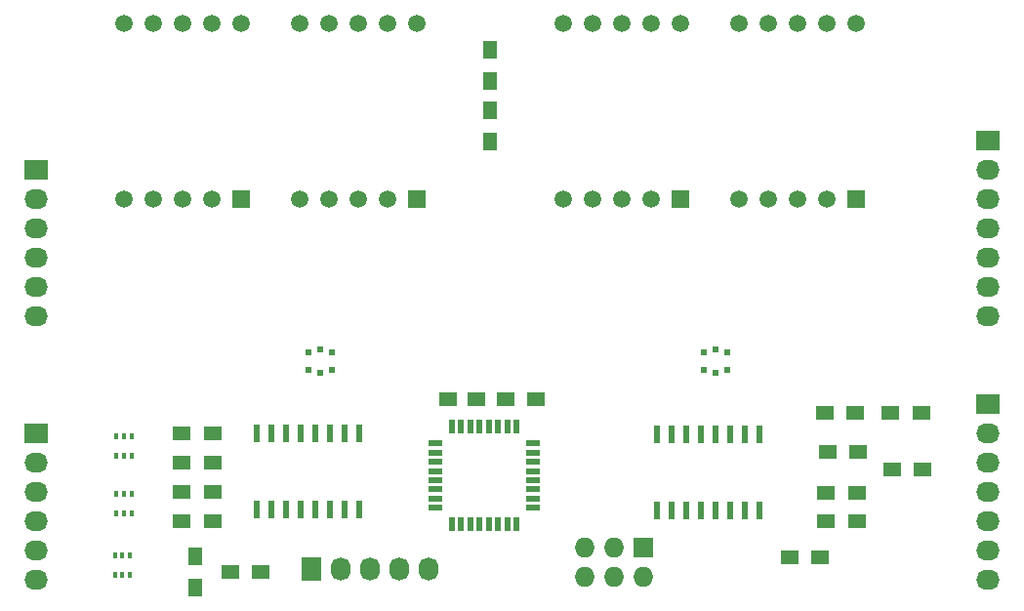
<source format=gts>
G04 #@! TF.FileFunction,Soldermask,Top*
%FSLAX46Y46*%
G04 Gerber Fmt 4.6, Leading zero omitted, Abs format (unit mm)*
G04 Created by KiCad (PCBNEW no-vcs-found-product) date Fri 24 Jul 2015 18:45:45 CEST*
%MOMM*%
G01*
G04 APERTURE LIST*
%ADD10C,0.100000*%
%ADD11R,1.500000X1.500000*%
%ADD12C,1.500000*%
%ADD13R,1.500000X1.250000*%
%ADD14R,2.032000X1.727200*%
%ADD15O,2.032000X1.727200*%
%ADD16R,0.300000X0.525000*%
%ADD17R,1.500000X1.300000*%
%ADD18R,1.300000X1.500000*%
%ADD19R,0.600000X1.600000*%
%ADD20R,0.600000X1.500000*%
%ADD21R,1.727200X1.727200*%
%ADD22O,1.727200X1.727200*%
%ADD23R,1.727200X2.032000*%
%ADD24O,1.727200X2.032000*%
%ADD25C,0.609600*%
%ADD26R,0.600000X1.200000*%
%ADD27R,1.200000X0.600000*%
G04 APERTURE END LIST*
D10*
D11*
X190500000Y-63500000D03*
D12*
X187960000Y-63500000D03*
X185420000Y-63500000D03*
X182880000Y-63500000D03*
X180340000Y-63500000D03*
X180340000Y-48260000D03*
X182880000Y-48260000D03*
X185420000Y-48260000D03*
X187960000Y-48260000D03*
X190500000Y-48260000D03*
D11*
X175260000Y-63500000D03*
D12*
X172720000Y-63500000D03*
X170180000Y-63500000D03*
X167640000Y-63500000D03*
X165100000Y-63500000D03*
X165100000Y-48260000D03*
X167640000Y-48260000D03*
X170180000Y-48260000D03*
X172720000Y-48260000D03*
X175260000Y-48260000D03*
D11*
X152400000Y-63500000D03*
D12*
X149860000Y-63500000D03*
X147320000Y-63500000D03*
X144780000Y-63500000D03*
X142240000Y-63500000D03*
X142240000Y-48260000D03*
X144780000Y-48260000D03*
X147320000Y-48260000D03*
X149860000Y-48260000D03*
X152400000Y-48260000D03*
D11*
X137160000Y-63500000D03*
D12*
X134620000Y-63500000D03*
X132080000Y-63500000D03*
X129540000Y-63500000D03*
X127000000Y-63500000D03*
X127000000Y-48260000D03*
X129540000Y-48260000D03*
X132080000Y-48260000D03*
X134620000Y-48260000D03*
X137160000Y-48260000D03*
D13*
X157587000Y-80899000D03*
X155087000Y-80899000D03*
D14*
X119380000Y-83820000D03*
D15*
X119380000Y-86360000D03*
X119380000Y-88900000D03*
X119380000Y-91440000D03*
X119380000Y-93980000D03*
X119380000Y-96520000D03*
D14*
X201930000Y-81280000D03*
D15*
X201930000Y-83820000D03*
X201930000Y-86360000D03*
X201930000Y-88900000D03*
X201930000Y-91440000D03*
X201930000Y-93980000D03*
X201930000Y-96520000D03*
D16*
X127000000Y-84125500D03*
X127000000Y-85800500D03*
X127650000Y-85800500D03*
X126350000Y-85800500D03*
X126350000Y-84125500D03*
X127650000Y-84125500D03*
X127000000Y-89078500D03*
X127000000Y-90753500D03*
X127650000Y-90753500D03*
X126350000Y-90753500D03*
X126350000Y-89078500D03*
X127650000Y-89078500D03*
X126873000Y-94412500D03*
X126873000Y-96087500D03*
X127523000Y-96087500D03*
X126223000Y-96087500D03*
X126223000Y-94412500D03*
X127523000Y-94412500D03*
D17*
X160067000Y-80899000D03*
X162767000Y-80899000D03*
D18*
X158750000Y-58500000D03*
X158750000Y-55800000D03*
X158750000Y-53293000D03*
X158750000Y-50593000D03*
D17*
X132000000Y-83820000D03*
X134700000Y-83820000D03*
X132000000Y-86360000D03*
X134700000Y-86360000D03*
X132000000Y-88900000D03*
X134700000Y-88900000D03*
X132000000Y-91440000D03*
X134700000Y-91440000D03*
X136191000Y-95885000D03*
X138891000Y-95885000D03*
D18*
X133223000Y-97235000D03*
X133223000Y-94535000D03*
D17*
X190707000Y-85471000D03*
X188007000Y-85471000D03*
X196295000Y-86995000D03*
X193595000Y-86995000D03*
X190580000Y-89027000D03*
X187880000Y-89027000D03*
X190580000Y-91440000D03*
X187880000Y-91440000D03*
X187405000Y-94615000D03*
X184705000Y-94615000D03*
X190453000Y-82042000D03*
X187753000Y-82042000D03*
X196168000Y-82042000D03*
X193468000Y-82042000D03*
D19*
X147447000Y-83822000D03*
X146177000Y-83822000D03*
X144907000Y-83822000D03*
X143637000Y-83822000D03*
X142367000Y-83820000D03*
D20*
X141097000Y-83822000D03*
D19*
X139827000Y-83822000D03*
X138557000Y-83822000D03*
X138557000Y-90422000D03*
X139827000Y-90422000D03*
X141097000Y-90422000D03*
X142367000Y-90422000D03*
X143637000Y-90422000D03*
X144907000Y-90422000D03*
X146177000Y-90422000D03*
X147447000Y-90422000D03*
X173228000Y-90549000D03*
X174498000Y-90549000D03*
X175768000Y-90549000D03*
X177038000Y-90549000D03*
X178308000Y-90551000D03*
D20*
X179578000Y-90549000D03*
D19*
X180848000Y-90549000D03*
X182118000Y-90549000D03*
X182118000Y-83949000D03*
X180848000Y-83949000D03*
X179578000Y-83949000D03*
X178308000Y-83949000D03*
X177038000Y-83949000D03*
X175768000Y-83949000D03*
X174498000Y-83949000D03*
X173228000Y-83949000D03*
D21*
X172085000Y-93726000D03*
D22*
X172085000Y-96266000D03*
X169545000Y-93726000D03*
X169545000Y-96266000D03*
X167005000Y-93726000D03*
X167005000Y-96266000D03*
D23*
X143256000Y-95631000D03*
D24*
X145796000Y-95631000D03*
X148336000Y-95631000D03*
X150876000Y-95631000D03*
X153416000Y-95631000D03*
D14*
X119380000Y-60960000D03*
D15*
X119380000Y-63500000D03*
X119380000Y-66040000D03*
X119380000Y-68580000D03*
X119380000Y-71120000D03*
X119380000Y-73660000D03*
D14*
X201930000Y-58420000D03*
D15*
X201930000Y-60960000D03*
X201930000Y-63500000D03*
X201930000Y-66040000D03*
X201930000Y-68580000D03*
X201930000Y-71120000D03*
X201930000Y-73660000D03*
D25*
X143002000Y-78359000D03*
X144018000Y-78613000D03*
X145034000Y-78359000D03*
X144018000Y-76581000D03*
X143002000Y-76835000D03*
X145034000Y-76835000D03*
X177292000Y-78359000D03*
X178308000Y-78613000D03*
X179324000Y-78359000D03*
X178308000Y-76581000D03*
X177292000Y-76835000D03*
X179324000Y-76835000D03*
D26*
X161042000Y-83253000D03*
X160242000Y-83253000D03*
X159442000Y-83253000D03*
X158642000Y-83253000D03*
X157842000Y-83253000D03*
X157042000Y-83253000D03*
X156242000Y-83253000D03*
X155442000Y-83253000D03*
D27*
X153992000Y-84703000D03*
X153992000Y-85503000D03*
X153992000Y-86303000D03*
X153992000Y-87103000D03*
X153992000Y-87903000D03*
X153992000Y-88703000D03*
X153992000Y-89503000D03*
X153992000Y-90303000D03*
D26*
X155442000Y-91753000D03*
X156242000Y-91753000D03*
X157042000Y-91753000D03*
X157842000Y-91753000D03*
X158642000Y-91753000D03*
X159442000Y-91753000D03*
X160242000Y-91753000D03*
X161042000Y-91753000D03*
D27*
X162492000Y-90303000D03*
X162492000Y-89503000D03*
X162492000Y-88703000D03*
X162492000Y-87903000D03*
X162492000Y-87103000D03*
X162492000Y-86303000D03*
X162492000Y-85503000D03*
X162492000Y-84703000D03*
M02*

</source>
